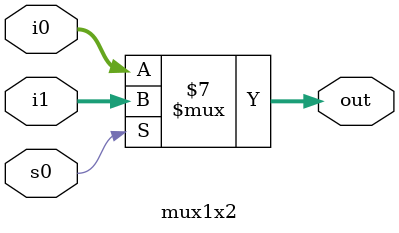
<source format=sv>
`timescale 1ns / 1ps


module mux1x2(input [0:63] i1, i0,
        input s0,
        output reg [0:63] out
        );
        
always@(s0, i1, i0)
    begin
        if(s0==0)
            out<=i0;
        else if(s0==1)
            out<=i1;
        else
            out <= i1;
    end
endmodule

</source>
